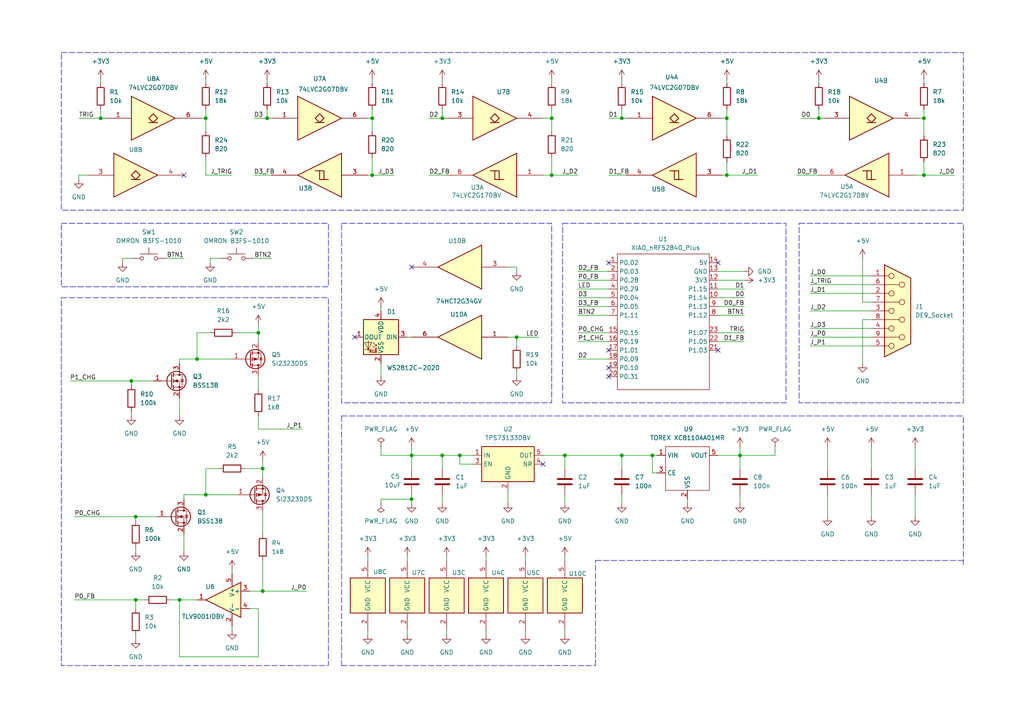
<source format=kicad_sch>
(kicad_sch (version 20250114) (generator "eeschema") (generator_version "9.0")
  (paper "A4")
  (title_block (title "Blue2Joy v1") (date "2025-08-31") (rev "E"))
  (rectangle (start 17.78 86.36) (end 95.25 193.04) (stroke (width 0) (type dash)))
  (rectangle (start 231.775 64.77) (end 279.4 116.84) (stroke (width 0) (type dash)))
  (rectangle (start 17.78 64.77) (end 95.25 83.185) (stroke (width 0) (type dash)))
  (rectangle (start 163.195 64.77) (end 227.965 116.84) (stroke (width 0) (type dash)))
  (rectangle (start 99.06 64.77) (end 160.02 116.84) (stroke (width 0) (type dash)))
  (rectangle (start 17.78 15.24) (end 279.4 60.96) (stroke (width 0) (type dash)))
  (junction (at 119.38 144.78))
  (junction (at 180.34 132.08))
  (junction (at 189.23 132.08))
  (junction (at 210.82 34.29))
  (junction (at 77.47 34.29))
  (junction (at 163.83 132.08))
  (junction (at 128.27 132.08))
  (junction (at 267.97 50.8))
  (junction (at 267.97 34.29))
  (junction (at 76.2 135.89))
  (junction (at 133.35 132.08))
  (junction (at 237.49 34.29))
  (junction (at 119.38 132.08))
  (junction (at 149.86 97.79))
  (junction (at 107.95 34.29))
  (junction (at 76.2 171.45))
  (junction (at 214.63 132.08))
  (junction (at 59.69 34.29))
  (junction (at 57.15 104.14))
  (junction (at 52.07 173.99))
  (junction (at 160.02 34.29))
  (junction (at 39.37 173.99))
  (junction (at 210.82 50.8))
  (junction (at 160.02 50.8))
  (junction (at 107.95 50.8))
  (junction (at 59.69 143.51))
  (junction (at 128.27 34.29))
  (junction (at 39.37 149.86))
  (junction (at 74.93 96.52))
  (junction (at 180.34 34.29))
  (junction (at 29.21 34.29))
  (junction (at 38.1 110.49))
  (no_connect (at 176.53 109.22))
  (no_connect (at 176.53 106.68))
  (no_connect (at 157.48 134.62))
  (no_connect (at 102.87 97.79))
  (no_connect (at 176.53 101.6))
  (no_connect (at 208.28 76.2))
  (no_connect (at 53.34 50.8))
  (no_connect (at 119.38 77.47))
  (no_connect (at 208.28 101.6))
  (no_connect (at 176.53 76.2))
  (wire (pts (xy 140.97 161.29) (xy 140.97 162.56)))
  (wire (pts (xy 252.73 143.51) (xy 252.73 149.86)))
  (wire (pts (xy 106.68 182.88) (xy 106.68 184.15)))
  (wire (pts (xy 38.1 74.93) (xy 35.56 74.93)))
  (wire (pts (xy 180.34 22.86) (xy 180.34 24.13)))
  (wire (pts (xy 149.86 77.47) (xy 149.86 78.74)))
  (wire (pts (xy 52.07 105.41) (xy 52.07 104.14)))
  (wire (pts (xy 38.1 110.49) (xy 44.45 110.49)))
  (wire (pts (xy 77.47 34.29) (xy 78.74 34.29)))
  (wire (pts (xy 140.97 182.88) (xy 140.97 184.15)))
  (wire (pts (xy 210.82 22.86) (xy 210.82 24.13)))
  (wire (pts (xy 118.11 97.79) (xy 119.38 97.79)))
  (wire (pts (xy 234.95 95.25) (xy 252.73 95.25)))
  (wire (pts (xy 208.28 81.28) (xy 215.9 81.28)))
  (wire (pts (xy 234.95 82.55) (xy 252.73 82.55)))
  (wire (pts (xy 52.07 190.5) (xy 52.07 173.99)))
  (wire (pts (xy 60.96 96.52) (xy 57.15 96.52)))
  (wire (pts (xy 67.31 181.61) (xy 67.31 182.88)))
  (wire (pts (xy 110.49 132.08) (xy 119.38 132.08)))
  (wire (pts (xy 59.69 22.86) (xy 59.69 24.13)))
  (wire (pts (xy 63.5 74.93) (xy 60.96 74.93)))
  (wire (pts (xy 208.28 86.36) (xy 215.9 86.36)))
  (wire (pts (xy 106.68 50.8) (xy 107.95 50.8)))
  (wire (pts (xy 147.32 97.79) (xy 149.86 97.79)))
  (wire (pts (xy 250.19 74.93) (xy 250.19 87.63)))
  (wire (pts (xy 129.54 182.88) (xy 129.54 184.15)))
  (wire (pts (xy 48.26 74.93) (xy 53.34 74.93)))
  (wire (pts (xy 59.69 31.75) (xy 59.69 34.29)))
  (wire (pts (xy 71.12 135.89) (xy 76.2 135.89)))
  (wire (pts (xy 22.86 50.8) (xy 22.86 52.07)))
  (wire (pts (xy 208.28 88.9) (xy 215.9 88.9)))
  (wire (pts (xy 124.46 50.8) (xy 129.54 50.8)))
  (wire (pts (xy 119.38 129.54) (xy 119.38 132.08)))
  (wire (pts (xy 208.28 96.52) (xy 215.9 96.52)))
  (wire (pts (xy 73.66 50.8) (xy 78.74 50.8)))
  (wire (pts (xy 265.43 50.8) (xy 267.97 50.8)))
  (wire (pts (xy 167.64 78.74) (xy 176.53 78.74)))
  (wire (pts (xy 39.37 158.75) (xy 39.37 160.02)))
  (wire (pts (xy 72.39 171.45) (xy 76.2 171.45)))
  (wire (pts (xy 110.49 129.54) (xy 110.49 132.08)))
  (wire (pts (xy 189.23 132.08) (xy 190.5 132.08)))
  (wire (pts (xy 231.14 50.8) (xy 237.49 50.8)))
  (wire (pts (xy 149.86 107.95) (xy 149.86 109.22)))
  (wire (pts (xy 250.19 87.63) (xy 252.73 87.63)))
  (wire (pts (xy 128.27 143.51) (xy 128.27 146.05)))
  (wire (pts (xy 149.86 97.79) (xy 156.21 97.79)))
  (wire (pts (xy 53.34 154.94) (xy 53.34 160.02)))
  (wire (pts (xy 234.95 85.09) (xy 252.73 85.09)))
  (wire (pts (xy 209.55 50.8) (xy 210.82 50.8)))
  (wire (pts (xy 180.34 31.75) (xy 180.34 34.29)))
  (wire (pts (xy 59.69 34.29) (xy 59.69 38.1)))
  (wire (pts (xy 240.03 129.54) (xy 240.03 135.89)))
  (wire (pts (xy 160.02 31.75) (xy 160.02 34.29)))
  (wire (pts (xy 208.28 99.06) (xy 215.9 99.06)))
  (wire (pts (xy 149.86 97.79) (xy 149.86 100.33)))
  (wire (pts (xy 157.48 50.8) (xy 160.02 50.8)))
  (wire (pts (xy 119.38 132.08) (xy 128.27 132.08)))
  (wire (pts (xy 133.35 132.08) (xy 133.35 134.62)))
  (wire (pts (xy 167.64 81.28) (xy 176.53 81.28)))
  (wire (pts (xy 267.97 46.99) (xy 267.97 50.8)))
  (wire (pts (xy 160.02 50.8) (xy 167.64 50.8)))
  (wire (pts (xy 74.93 176.53) (xy 72.39 176.53)))
  (wire (pts (xy 39.37 173.99) (xy 41.91 173.99)))
  (wire (pts (xy 250.19 92.71) (xy 252.73 92.71)))
  (wire (pts (xy 74.93 109.22) (xy 74.93 113.03)))
  (wire (pts (xy 118.11 182.88) (xy 118.11 184.15)))
  (wire (pts (xy 129.54 161.29) (xy 129.54 162.56)))
  (wire (pts (xy 215.9 78.74) (xy 208.28 78.74)))
  (wire (pts (xy 59.69 143.51) (xy 68.58 143.51)))
  (wire (pts (xy 74.93 190.5) (xy 74.93 176.53)))
  (wire (pts (xy 106.68 161.29) (xy 106.68 162.56)))
  (wire (pts (xy 128.27 31.75) (xy 128.27 34.29)))
  (wire (pts (xy 133.35 132.08) (xy 137.16 132.08)))
  (polyline (pts (xy 172.72 193.04) (xy 172.72 162.56)) (stroke (width 0) (type dash)))
  (wire (pts (xy 267.97 34.29) (xy 267.97 39.37)))
  (wire (pts (xy 110.49 88.9) (xy 110.49 90.17)))
  (wire (pts (xy 208.28 132.08) (xy 214.63 132.08)))
  (wire (pts (xy 76.2 171.45) (xy 88.9 171.45)))
  (wire (pts (xy 267.97 31.75) (xy 267.97 34.29)))
  (wire (pts (xy 39.37 184.15) (xy 39.37 185.42)))
  (wire (pts (xy 29.21 34.29) (xy 30.48 34.29)))
  (wire (pts (xy 163.83 161.29) (xy 163.83 162.56)))
  (wire (pts (xy 180.34 132.08) (xy 180.34 135.89)))
  (wire (pts (xy 214.63 143.51) (xy 214.63 146.05)))
  (wire (pts (xy 52.07 173.99) (xy 57.15 173.99)))
  (wire (pts (xy 76.2 162.56) (xy 76.2 171.45)))
  (wire (pts (xy 107.95 50.8) (xy 114.3 50.8)))
  (wire (pts (xy 77.47 22.86) (xy 77.47 24.13)))
  (wire (pts (xy 234.95 90.17) (xy 252.73 90.17)))
  (wire (pts (xy 59.69 45.72) (xy 59.69 50.8)))
  (wire (pts (xy 57.15 96.52) (xy 57.15 104.14)))
  (wire (pts (xy 214.63 132.08) (xy 214.63 135.89)))
  (polyline (pts (xy 279.4 163.83) (xy 279.4 120.65)) (stroke (width 0) (type dash)))
  (wire (pts (xy 237.49 22.86) (xy 237.49 24.13)))
  (wire (pts (xy 59.69 50.8) (xy 67.31 50.8)))
  (wire (pts (xy 157.48 34.29) (xy 160.02 34.29)))
  (wire (pts (xy 267.97 50.8) (xy 276.86 50.8)))
  (wire (pts (xy 53.34 143.51) (xy 59.69 143.51)))
  (wire (pts (xy 52.07 104.14) (xy 57.15 104.14)))
  (wire (pts (xy 58.42 34.29) (xy 59.69 34.29)))
  (wire (pts (xy 152.4 161.29) (xy 152.4 162.56)))
  (wire (pts (xy 208.28 91.44) (xy 215.9 91.44)))
  (polyline (pts (xy 99.06 193.04) (xy 172.72 193.04)) (stroke (width 0) (type dash)))
  (wire (pts (xy 167.64 99.06) (xy 176.53 99.06)))
  (wire (pts (xy 266.7 34.29) (xy 267.97 34.29)))
  (wire (pts (xy 163.83 143.51) (xy 163.83 146.05)))
  (wire (pts (xy 52.07 115.57) (xy 52.07 120.65)))
  (wire (pts (xy 77.47 31.75) (xy 77.47 34.29)))
  (wire (pts (xy 63.5 135.89) (xy 59.69 135.89)))
  (polyline (pts (xy 99.06 120.65) (xy 279.4 120.65)) (stroke (width 0) (type dash)))
  (wire (pts (xy 57.15 104.14) (xy 67.31 104.14)))
  (wire (pts (xy 76.2 133.35) (xy 76.2 135.89)))
  (wire (pts (xy 74.93 93.98) (xy 74.93 96.52)))
  (wire (pts (xy 250.19 92.71) (xy 250.19 105.41)))
  (wire (pts (xy 160.02 45.72) (xy 160.02 50.8)))
  (wire (pts (xy 52.07 190.5) (xy 74.93 190.5)))
  (wire (pts (xy 210.82 31.75) (xy 210.82 34.29)))
  (wire (pts (xy 167.64 88.9) (xy 176.53 88.9)))
  (wire (pts (xy 163.83 182.88) (xy 163.83 184.15)))
  (wire (pts (xy 106.68 34.29) (xy 107.95 34.29)))
  (wire (pts (xy 74.93 124.46) (xy 87.63 124.46)))
  (wire (pts (xy 160.02 24.13) (xy 160.02 22.86)))
  (wire (pts (xy 133.35 134.62) (xy 137.16 134.62)))
  (wire (pts (xy 163.83 132.08) (xy 180.34 132.08)))
  (wire (pts (xy 53.34 144.78) (xy 53.34 143.51)))
  (wire (pts (xy 237.49 31.75) (xy 237.49 34.29)))
  (wire (pts (xy 180.34 132.08) (xy 189.23 132.08)))
  (wire (pts (xy 107.95 34.29) (xy 107.95 38.1)))
  (wire (pts (xy 234.95 100.33) (xy 252.73 100.33)))
  (wire (pts (xy 124.46 34.29) (xy 128.27 34.29)))
  (wire (pts (xy 167.64 83.82) (xy 176.53 83.82)))
  (wire (pts (xy 128.27 22.86) (xy 128.27 24.13)))
  (wire (pts (xy 107.95 22.86) (xy 107.95 24.13)))
  (wire (pts (xy 199.39 144.78) (xy 199.39 146.05)))
  (wire (pts (xy 107.95 45.72) (xy 107.95 50.8)))
  (wire (pts (xy 67.31 165.1) (xy 67.31 166.37)))
  (wire (pts (xy 180.34 143.51) (xy 180.34 146.05)))
  (wire (pts (xy 189.23 137.16) (xy 189.23 132.08)))
  (wire (pts (xy 107.95 31.75) (xy 107.95 34.29)))
  (wire (pts (xy 76.2 148.59) (xy 76.2 154.94)))
  (wire (pts (xy 73.66 74.93) (xy 78.74 74.93)))
  (wire (pts (xy 210.82 46.99) (xy 210.82 50.8)))
  (wire (pts (xy 163.83 132.08) (xy 163.83 135.89)))
  (wire (pts (xy 118.11 161.29) (xy 118.11 162.56)))
  (wire (pts (xy 160.02 34.29) (xy 160.02 38.1)))
  (wire (pts (xy 38.1 119.38) (xy 38.1 120.65)))
  (wire (pts (xy 167.64 86.36) (xy 176.53 86.36)))
  (wire (pts (xy 60.96 74.93) (xy 60.96 76.2)))
  (wire (pts (xy 147.32 77.47) (xy 149.86 77.47)))
  (wire (pts (xy 167.64 96.52) (xy 176.53 96.52)))
  (wire (pts (xy 157.48 132.08) (xy 163.83 132.08)))
  (wire (pts (xy 167.64 104.14) (xy 176.53 104.14)))
  (wire (pts (xy 119.38 143.51) (xy 119.38 144.78)))
  (wire (pts (xy 110.49 144.78) (xy 110.49 146.05)))
  (wire (pts (xy 20.32 110.49) (xy 38.1 110.49)))
  (wire (pts (xy 29.21 31.75) (xy 29.21 34.29)))
  (wire (pts (xy 210.82 50.8) (xy 219.71 50.8)))
  (wire (pts (xy 265.43 129.54) (xy 265.43 135.89)))
  (wire (pts (xy 252.73 129.54) (xy 252.73 135.89)))
  (wire (pts (xy 147.32 142.24) (xy 147.32 146.05)))
  (wire (pts (xy 128.27 34.29) (xy 129.54 34.29)))
  (wire (pts (xy 167.64 91.44) (xy 176.53 91.44)))
  (wire (pts (xy 38.1 110.49) (xy 38.1 111.76)))
  (wire (pts (xy 180.34 34.29) (xy 181.61 34.29)))
  (wire (pts (xy 110.49 105.41) (xy 110.49 109.22)))
  (wire (pts (xy 74.93 120.65) (xy 74.93 124.46)))
  (wire (pts (xy 267.97 22.86) (xy 267.97 24.13)))
  (wire (pts (xy 208.28 83.82) (xy 215.9 83.82)))
  (wire (pts (xy 119.38 135.89) (xy 119.38 132.08)))
  (wire (pts (xy 21.59 149.86) (xy 39.37 149.86)))
  (wire (pts (xy 210.82 34.29) (xy 210.82 39.37)))
  (polyline (pts (xy 172.72 162.56) (xy 279.4 162.56)) (stroke (width 0) (type dash)))
  (wire (pts (xy 49.53 173.99) (xy 52.07 173.99)))
  (wire (pts (xy 59.69 135.89) (xy 59.69 143.51)))
  (wire (pts (xy 214.63 132.08) (xy 224.79 132.08)))
  (wire (pts (xy 234.95 97.79) (xy 252.73 97.79)))
  (wire (pts (xy 29.21 22.86) (xy 29.21 24.13)))
  (wire (pts (xy 237.49 34.29) (xy 238.76 34.29)))
  (wire (pts (xy 73.66 34.29) (xy 77.47 34.29)))
  (polyline (pts (xy 99.06 120.65) (xy 99.06 193.04)) (stroke (width 0) (type dash)))
  (wire (pts (xy 190.5 137.16) (xy 189.23 137.16)))
  (wire (pts (xy 68.58 96.52) (xy 74.93 96.52)))
  (wire (pts (xy 35.56 74.93) (xy 35.56 76.2)))
  (wire (pts (xy 39.37 149.86) (xy 39.37 151.13)))
  (wire (pts (xy 240.03 143.51) (xy 240.03 149.86)))
  (wire (pts (xy 128.27 135.89) (xy 128.27 132.08)))
  (wire (pts (xy 25.4 50.8) (xy 22.86 50.8)))
  (wire (pts (xy 234.95 80.01) (xy 252.73 80.01)))
  (wire (pts (xy 39.37 149.86) (xy 45.72 149.86)))
  (wire (pts (xy 265.43 143.51) (xy 265.43 149.86)))
  (wire (pts (xy 214.63 129.54) (xy 214.63 132.08)))
  (wire (pts (xy 176.53 50.8) (xy 181.61 50.8)))
  (wire (pts (xy 232.41 34.29) (xy 237.49 34.29)))
  (wire (pts (xy 152.4 182.88) (xy 152.4 184.15)))
  (wire (pts (xy 74.93 96.52) (xy 74.93 99.06)))
  (wire (pts (xy 119.38 144.78) (xy 110.49 144.78)))
  (wire (pts (xy 76.2 135.89) (xy 76.2 138.43)))
  (wire (pts (xy 39.37 173.99) (xy 39.37 176.53)))
  (wire (pts (xy 128.27 132.08) (xy 133.35 132.08)))
  (wire (pts (xy 21.59 173.99) (xy 39.37 173.99)))
  (wire (pts (xy 176.53 34.29) (xy 180.34 34.29)))
  (wire (pts (xy 119.38 144.78) (xy 119.38 146.05)))
  (wire (pts (xy 22.86 34.29) (xy 29.21 34.29)))
  (wire (pts (xy 224.79 129.54) (xy 224.79 132.08)))
  (wire (pts (xy 209.55 34.29) (xy 210.82 34.29)))
  (label "P0_CHG" (at 167.64 96.52 0))
  (label "P0_FB" (at 21.59 173.99 0))
  (label "BTN1" (at 53.34 74.93 180))
  (label "BTN2" (at 78.74 74.93 180))
  (label "TRIG" (at 22.86 34.29 0))
  (label "LED" (at 167.64 83.82 0))
  (label "D1" (at 215.9 83.82 180))
  (label "D3_FB" (at 73.66 50.8 0))
  (label "BTN1" (at 215.9 91.44 180))
  (label "D2" (at 167.64 104.14 0))
  (label "P0_FB" (at 167.64 81.28 0))
  (label "P1_CHG" (at 20.32 110.49 0))
  (label "J_D3" (at 114.3 50.8 180))
  (label "D0_FB" (at 231.14 50.8 0))
  (label "J_D2" (at 167.64 50.8 180))
  (label "J_P1" (at 87.63 124.46 180))
  (label "J_D3" (at 234.95 95.25 0))
  (label "D1_FB" (at 176.53 50.8 0))
  (label "D2" (at 124.46 34.29 0))
  (label "D0_FB" (at 215.9 88.9 180))
  (label "J_D0" (at 234.95 80.01 0))
  (label "D0" (at 215.9 86.36 180))
  (label "BTN2" (at 167.64 91.44 0))
  (label "LED" (at 156.21 97.79 180))
  (label "TRIG" (at 215.9 96.52 180))
  (label "D3" (at 73.66 34.29 0))
  (label "J_P0" (at 88.9 171.45 180))
  (label "J_TRIG" (at 67.31 50.8 180))
  (label "J_D1" (at 234.95 85.09 0))
  (label "D2_FB" (at 167.64 78.74 0))
  (label "J_D1" (at 219.71 50.8 180))
  (label "D1_FB" (at 215.9 99.06 180))
  (label "D3_FB" (at 167.64 88.9 0))
  (label "D0" (at 232.41 34.29 0))
  (label "D2_FB" (at 124.46 50.8 0))
  (label "J_P1" (at 234.95 100.33 0))
  (label "P0_CHG" (at 21.59 149.86 0))
  (label "D1" (at 176.53 34.29 0))
  (label "J_TRIG" (at 234.95 82.55 0))
  (label "J_D2" (at 234.95 90.17 0))
  (label "D3" (at 167.64 86.36 0))
  (label "J_D0" (at 276.86 50.8 180))
  (label "J_P0" (at 234.95 97.79 0))
  (label "P1_CHG" (at 167.64 99.06 0))
  (symbol (lib_id "power:+5V") (at 67.31 165.1 0) (unit 1)
    (property "Reference" "#PWR044" (effects (hide yes)))
    (property "Value" "+5V" (at 67.31 160.02 0))
    (property "Description" "Power symbol creates a global label with name \"+5V\"" (effects (hide yes)))
  )
  (symbol (lib_id "power:PWR_FLAG") (at 110.49 146.05 180) (unit 1)
    (property "Reference" "#FLG02" (effects (hide yes)))
    (property "Value" "PWR_FLAG" (at 110.49 151.13 0))
    (property "Description" "Special symbol for telling ERC where power comes from" (effects (hide yes)))
  )
  (symbol (lib_id "power:+3V3") (at 152.4 161.29 0) (unit 1)
    (property "Reference" "#PWR038" (effects (hide yes)))
    (property "Value" "+3V3" (at 152.4 156.21 0))
    (property "Description" "Power symbol creates a global label with name \"+3V3\"" (effects (hide yes)))
  )
  (symbol (lib_id "Device:C") (at 119.38 139.7 0) (unit 1)
    (property "Reference" "C5" (at 113.284 138.176 0) (effects (justify left)))
    (property "Value" "10uF" (at 111.506 140.716 0) (effects (justify left)))
    (property "Footprint" "Capacitor_SMD:C_0805_2012Metric" (effects (hide yes)))
    (property "Description" "Unpolarized capacitor" (effects (hide yes)))
  )
  (symbol (lib_id "power:GND") (at 149.86 78.74 0) (unit 1)
    (property "Reference" "#PWR054" (effects (hide yes)))
    (property "Value" "GND" (at 149.86 83.82 0))
    (property "Description" "Power symbol creates a global label with name \"GND\" , ground" (effects (hide yes)))
  )
  (symbol (lib_id "LED:WS2812B-2020") (at 110.49 97.79 0) (mirror y) (unit 1)
    (property "Reference" "D1" (at 113.538 90.424 0))
    (property "Value" "WS2812C-2020" (at 119.888 106.68 0))
    (property "Footprint" "LED_SMD:LED_WS2812B-2020_PLCC4_2.0x2.0mm" (effects (hide yes)))
    (property "Datasheet" "https://cdn-shop.adafruit.com/product-files/4684/4684_WS2812B-2020_V1.3_EN.pdf" (effects (hide yes)))
    (property "Description" "RGB LED with integrated controller, 2.0 x 2.0 mm, 12 mA" (effects (hide yes)))
  )
  (symbol (lib_id "Device:R") (at 160.02 27.94 0) (unit 1)
    (property "Reference" "R9" (at 162.56 26.6699 0) (effects (justify left)))
    (property "Value" "18k" (at 162.56 29.2099 0) (effects (justify left)))
    (property "Footprint" "Resistor_SMD:R_0805_2012Metric" (effects (hide yes)))
    (property "Description" "Resistor" (effects (hide yes)))
  )
  (symbol (lib_id "power:+3V3") (at 180.34 22.86 0) (unit 1)
    (property "Reference" "#PWR046" (effects (hide yes)))
    (property "Value" "+3V3" (at 180.34 17.78 0))
    (property "Description" "Power symbol creates a global label with name \"+3V3\"" (effects (hide yes)))
  )
  (symbol (lib_id "power:GND") (at 118.11 184.15 0) (unit 1)
    (property "Reference" "#PWR040" (effects (hide yes)))
    (property "Value" "GND" (at 118.11 189.23 0))
    (property "Description" "Power symbol creates a global label with name \"GND\" , ground" (effects (hide yes)))
  )
  (symbol (lib_id "Device:C") (at 265.43 139.7 0) (unit 1)
    (property "Reference" "C4" (at 269.24 138.4299 0) (effects (justify left)))
    (property "Value" "1uF" (at 269.24 140.9699 0) (effects (justify left)))
    (property "Footprint" "Capacitor_SMD:C_0805_2012Metric" (effects (hide yes)))
    (property "Description" "Unpolarized capacitor" (effects (hide yes)))
  )
  (symbol (lib_id "power:GND") (at 215.9 78.74 90) (unit 1)
    (property "Reference" "#PWR021" (effects (hide yes)))
    (property "Value" "GND" (at 219.71 78.7399 90) (effects (justify right)))
    (property "Description" "Power symbol creates a global label with name \"GND\" , ground" (effects (hide yes)))
  )
  (symbol (lib_id "power:GND") (at 53.34 160.02 0) (unit 1)
    (property "Reference" "#PWR01" (effects (hide yes)))
    (property "Value" "GND" (at 53.34 165.1 0))
    (property "Description" "Power symbol creates a global label with name \"GND\" , ground" (effects (hide yes)))
  )
  (symbol (lib_id "Device:R") (at 107.95 41.91 0) (unit 1)
    (property "Reference" "R20" (at 110.49 40.6399 0) (effects (justify left)))
    (property "Value" "820" (at 110.49 43.1799 0) (effects (justify left)))
    (property "Footprint" "Resistor_SMD:R_0805_2012Metric" (effects (hide yes)))
    (property "Description" "Resistor" (effects (hide yes)))
  )
  (symbol (lib_id "74xGxx:74LVC2G07") (at 196.85 34.29 0) (unit 1)
    (property "Reference" "U4" (at 194.818 22.352 0))
    (property "Value" "74LVC2G07DBV" (at 195.58 25.4 0))
    (property "Footprint" "Package_TO_SOT_SMD:SOT-23-6" (effects (hide yes)))
    (property "Datasheet" "http://www.ti.com/lit/sg/scyt129e/scyt129e.pdf" (effects (hide yes)))
    (property "Description" "Dual Buffer, Open Drain, Low-Voltage CMOS" (effects (hide yes)))
  )
  (symbol (lib_id "Device:R") (at 59.69 27.94 0) (unit 1)
    (property "Reference" "R12" (at 62.23 26.6699 0) (effects (justify left)))
    (property "Value" "18k" (at 62.23 29.2099 0) (effects (justify left)))
    (property "Footprint" "Resistor_SMD:R_0805_2012Metric" (effects (hide yes)))
    (property "Description" "Resistor" (effects (hide yes)))
  )
  (symbol (lib_id "74xGxx:74LVC2G07") (at 118.11 172.72 0) (unit 3)
    (property "Reference" "U7" (at 119.38 166.116 0) (effects (justify left)))
    (property "Value" "74LVC2G07DBV" (effects (hide yes)))
    (property "Footprint" "Package_TO_SOT_SMD:SOT-23-6" (effects (hide yes)))
    (property "Datasheet" "http://www.ti.com/lit/sg/scyt129e/scyt129e.pdf" (effects (hide yes)))
    (property "Description" "Dual Buffer, Open Drain, Low-Voltage CMOS" (effects (hide yes)))
  )
  (symbol (lib_id "power:GND") (at 147.32 146.05 0) (unit 1)
    (property "Reference" "#PWR023" (effects (hide yes)))
    (property "Value" "GND" (at 147.32 151.13 0))
    (property "Description" "Power symbol creates a global label with name \"GND\" , ground" (effects (hide yes)))
  )
  (symbol (lib_id "power:GND") (at 52.07 120.65 0) (unit 1)
    (property "Reference" "#PWR018" (effects (hide yes)))
    (property "Value" "GND" (at 52.07 125.73 0))
    (property "Description" "Power symbol creates a global label with name \"GND\" , ground" (effects (hide yes)))
  )
  (symbol (lib_id "74xGxx:74LVC2G17") (at 91.44 50.8 180) (unit 2)
    (property "Reference" "U3" (at 88.646 54.61 0))
    (property "Value" "74LVC2G17DBV" (effects (hide yes)))
    (property "Footprint" "Package_TO_SOT_SMD:SOT-23-6" (effects (hide yes)))
    (property "Datasheet" "http://www.ti.com/lit/sg/scyt129e/scyt129e.pdf" (effects (hide yes)))
    (property "Description" "Dual Buffer, Schmitt Triggered, Low-Voltage CMOS" (effects (hide yes)))
  )
  (symbol (lib_id "Device:R") (at 29.21 27.94 0) (unit 1)
    (property "Reference" "R1" (at 31.75 26.6699 0) (effects (justify left)))
    (property "Value" "10k" (at 31.75 29.2099 0) (effects (justify left)))
    (property "Footprint" "Resistor_SMD:R_0805_2012Metric" (effects (hide yes)))
    (property "Description" "Resistor" (effects (hide yes)))
  )
  (symbol (lib_id "torex_xc8110:XC8110") (at 199.39 135.89 0) (unit 1)
    (property "Reference" "U9" (at 199.644 124.46 0))
    (property "Value" "TOREX XC8110AA01MR" (at 199.39 127 0))
    (property "Footprint" "Package_TO_SOT_SMD:SOT-23-5" (effects (hide yes)))
  )
  (symbol (lib_id "power:+5V") (at 107.95 22.86 0) (unit 1)
    (property "Reference" "#PWR06" (effects (hide yes)))
    (property "Value" "+5V" (at 107.95 17.78 0))
    (property "Description" "Power symbol creates a global label with name \"+5V\"" (effects (hide yes)))
  )
  (symbol (lib_id "power:+5V") (at 59.69 22.86 0) (unit 1)
    (property "Reference" "#PWR07" (effects (hide yes)))
    (property "Value" "+5V" (at 59.69 17.78 0))
    (property "Description" "Power symbol creates a global label with name \"+5V\"" (effects (hide yes)))
  )
  (symbol (lib_id "Device:R") (at 39.37 154.94 180) (unit 1)
    (property "Reference" "R6" (at 41.91 153.6699 0) (effects (justify right)))
    (property "Value" "100k" (at 41.91 156.2099 0) (effects (justify right)))
    (property "Footprint" "Resistor_SMD:R_0805_2012Metric" (effects (hide yes)))
    (property "Description" "Resistor" (effects (hide yes)))
  )
  (symbol (lib_id "power:GND") (at 149.86 109.22 0) (unit 1)
    (property "Reference" "#PWR055" (effects (hide yes)))
    (property "Value" "GND" (at 149.86 114.3 0))
    (property "Description" "Power symbol creates a global label with name \"GND\" , ground" (effects (hide yes)))
  )
  (symbol (lib_id "power:GND") (at 35.56 76.2 0) (mirror y) (unit 1)
    (property "Reference" "#PWR034" (effects (hide yes)))
    (property "Value" "GND" (at 35.56 81.28 0))
    (property "Description" "Power symbol creates a global label with name \"GND\" , ground" (effects (hide yes)))
  )
  (symbol (lib_id "Regulator_Linear:TPS73133DBV") (at 147.32 134.62 0) (unit 1)
    (property "Reference" "U2" (at 147.32 124.46 0))
    (property "Value" "TPS73133DBV" (at 147.32 127 0))
    (property "Footprint" "Package_TO_SOT_SMD:SOT-23-5" (effects (hide yes)))
    (property "Datasheet" "http://www.ti.com/lit/ds/symlink/tps731.pdf" (effects (hide yes)))
    (property "Description" "Cap free NMOS 150mA Low Drop 3.3V Regulator, SOT-23-5" (effects (hide yes)))
  )
  (symbol (lib_id "power:GND") (at 163.83 184.15 0) (unit 1)
    (property "Reference" "#PWR052" (effects (hide yes)))
    (property "Value" "GND" (at 163.83 189.23 0))
    (property "Description" "Power symbol creates a global label with name \"GND\" , ground" (effects (hide yes)))
  )
  (symbol (lib_id "power:GND") (at 60.96 76.2 0) (unit 1)
    (property "Reference" "#PWR035" (effects (hide yes)))
    (property "Value" "GND" (at 60.96 81.28 0))
    (property "Description" "Power symbol creates a global label with name \"GND\" , ground" (effects (hide yes)))
  )
  (symbol (lib_id "power:GND") (at 129.54 184.15 0) (unit 1)
    (property "Reference" "#PWR012" (effects (hide yes)))
    (property "Value" "GND" (at 129.54 189.23 0))
    (property "Description" "Power symbol creates a global label with name \"GND\" , ground" (effects (hide yes)))
  )
  (symbol (lib_id "power:+5V") (at 76.2 133.35 0) (unit 1)
    (property "Reference" "#PWR02" (effects (hide yes)))
    (property "Value" "+5V" (at 76.2 128.27 0))
    (property "Description" "Power symbol creates a global label with name \"+5V\"" (effects (hide yes)))
  )
  (symbol (lib_id "power:GND") (at 22.86 52.07 0) (unit 1)
    (property "Reference" "#PWR036" (effects (hide yes)))
    (property "Value" "GND" (at 22.86 57.15 0))
    (property "Description" "Power symbol creates a global label with name \"GND\" , ground" (effects (hide yes)))
  )
  (symbol (lib_id "power:+5V") (at 210.82 22.86 0) (unit 1)
    (property "Reference" "#PWR05" (effects (hide yes)))
    (property "Value" "+5V" (at 210.82 17.78 0))
    (property "Description" "Power symbol creates a global label with name \"+5V\"" (effects (hide yes)))
  )
  (symbol (lib_id "power:GND") (at 180.34 146.05 0) (unit 1)
    (property "Reference" "#PWR025" (effects (hide yes)))
    (property "Value" "GND" (at 180.34 151.13 0))
    (property "Description" "Power symbol creates a global label with name \"GND\" , ground" (effects (hide yes)))
  )
  (symbol (lib_id "power:+5V") (at 160.02 22.86 0) (unit 1)
    (property "Reference" "#PWR04" (effects (hide yes)))
    (property "Value" "+5V" (at 160.02 17.78 0))
    (property "Description" "Power symbol creates a global label with name \"+5V\"" (effects (hide yes)))
  )
  (symbol (lib_id "Device:R") (at 45.72 173.99 270) (unit 1)
    (property "Reference" "R2" (at 45.72 167.64 90))
    (property "Value" "10k" (at 45.72 170.18 90))
    (property "Footprint" "Resistor_SMD:R_0805_2012Metric" (effects (hide yes)))
    (property "Description" "Resistor" (effects (hide yes)))
  )
  (symbol (lib_id "power:+5V") (at 110.49 88.9 0) (unit 1)
    (property "Reference" "#PWR051" (effects (hide yes)))
    (property "Value" "+5V" (at 110.49 83.82 0))
    (property "Description" "Power symbol creates a global label with name \"+5V\"" (effects (hide yes)))
  )
  (symbol (lib_id "Device:R") (at 128.27 27.94 0) (unit 1)
    (property "Reference" "R14" (at 130.81 26.6699 0) (effects (justify left)))
    (property "Value" "10k" (at 130.81 29.2099 0) (effects (justify left)))
    (property "Footprint" "Resistor_SMD:R_0805_2012Metric" (effects (hide yes)))
    (property "Description" "Resistor" (effects (hide yes)))
  )
  (symbol (lib_id "Amplifier_Operational:OPA336Nx") (at 64.77 173.99 0) (mirror y) (unit 1)
    (property "Reference" "U6" (at 60.96 170.18 0))
    (property "Value" "TLV9001IDBV" (at 58.928 178.816 0))
    (property "Footprint" "Package_TO_SOT_SMD:SOT-23-5" (effects (hide yes)))
    (property "Datasheet" "https://www.ti.com/lit/ds/symlink/opa2336.pdf" (effects (hide yes)))
    (property "Description" "100 KHz, microPower CMOS, Op Amps, SOT-23-5" (effects (hide yes)))
  )
  (symbol (lib_id "Device:C") (at 252.73 139.7 0) (unit 1)
    (property "Reference" "C3" (at 256.54 138.4299 0) (effects (justify left)))
    (property "Value" "1uF" (at 256.54 140.9699 0) (effects (justify left)))
    (property "Footprint" "Capacitor_SMD:C_0805_2012Metric" (effects (hide yes)))
    (property "Description" "Unpolarized capacitor" (effects (hide yes)))
  )
  (symbol (lib_id "Device:R") (at 64.77 96.52 270) (unit 1)
    (property "Reference" "R16" (at 64.77 90.17 90))
    (property "Value" "2k2" (at 64.77 92.71 90))
    (property "Footprint" "Resistor_SMD:R_0805_2012Metric" (effects (hide yes)))
    (property "Description" "Resistor" (effects (hide yes)))
  )
  (symbol (lib_id "power:GND") (at 128.27 146.05 0) (unit 1)
    (property "Reference" "#PWR022" (effects (hide yes)))
    (property "Value" "GND" (at 128.27 151.13 0))
    (property "Description" "Power symbol creates a global label with name \"GND\" , ground" (effects (hide yes)))
  )
  (symbol (lib_id "Connector:DE9_Socket") (at 260.35 90.17 0) (unit 1)
    (property "Reference" "J1" (at 265.43 88.8999 0) (effects (justify left)))
    (property "Value" "DE9_Socket" (at 265.43 91.4399 0) (effects (justify left)))
    (property "Footprint" "Connector_Dsub:DSUB-9_Socket_EdgeMount_P2.77mm" (effects (hide yes)))
    (property "Description" "9-pin D-SUB connector, socket (female)" (effects (hide yes)))
  )
  (symbol (lib_id "power:+3V3") (at 237.49 22.86 0) (unit 1)
    (property "Reference" "#PWR045" (effects (hide yes)))
    (property "Value" "+3V3" (at 237.49 17.78 0))
    (property "Description" "Power symbol creates a global label with name \"+3V3\"" (effects (hide yes)))
  )
  (symbol (lib_id "74xGxx:74LVC2G07") (at 140.97 172.72 0) (unit 3)
    (property "Reference" "U4" (at 142.494 166.116 0) (effects (justify left)))
    (property "Value" "74LVC2G07DBV" (effects (hide yes)))
    (property "Footprint" "Package_TO_SOT_SMD:SOT-23-6" (effects (hide yes)))
    (property "Datasheet" "http://www.ti.com/lit/sg/scyt129e/scyt129e.pdf" (effects (hide yes)))
    (property "Description" "Dual Buffer, Open Drain, Low-Voltage CMOS" (effects (hide yes)))
  )
  (symbol (lib_id "74xGxx:74LVC2G07") (at 254 34.29 0) (unit 2)
    (property "Reference" "U4" (at 255.524 23.368 0))
    (property "Value" "74LVC2G07DBV" (effects (hide yes)))
    (property "Footprint" "Package_TO_SOT_SMD:SOT-23-6" (effects (hide yes)))
    (property "Datasheet" "http://www.ti.com/lit/sg/scyt129e/scyt129e.pdf" (effects (hide yes)))
    (property "Description" "Dual Buffer, Open Drain, Low-Voltage CMOS" (effects (hide yes)))
  )
  (symbol (lib_id "power:GND") (at 39.37 160.02 0) (unit 1)
    (property "Reference" "#PWR043" (effects (hide yes)))
    (property "Value" "GND" (at 39.37 165.1 0))
    (property "Description" "Power symbol creates a global label with name \"GND\" , ground" (effects (hide yes)))
  )
  (symbol (lib_id "power:+3V3") (at 140.97 161.29 0) (unit 1)
    (property "Reference" "#PWR037" (effects (hide yes)))
    (property "Value" "+3V3" (at 140.97 156.21 0))
    (property "Description" "Power symbol creates a global label with name \"+3V3\"" (effects (hide yes)))
  )
  (symbol (lib_id "power:+3V3") (at 265.43 129.54 0) (unit 1)
    (property "Reference" "#PWR030" (effects (hide yes)))
    (property "Value" "+3V3" (at 265.43 124.46 0))
    (property "Description" "Power symbol creates a global label with name \"+3V3\"" (effects (hide yes)))
  )
  (symbol (lib_id "power:GND") (at 110.49 109.22 0) (unit 1)
    (property "Reference" "#PWR050" (effects (hide yes)))
    (property "Value" "GND" (at 110.49 114.3 0))
    (property "Description" "Power symbol creates a global label with name \"GND\" , ground" (effects (hide yes)))
  )
  (symbol (lib_id "power:+3V3") (at 214.63 129.54 0) (unit 1)
    (property "Reference" "#PWR029" (effects (hide yes)))
    (property "Value" "+3V3" (at 214.63 124.46 0))
    (property "Description" "Power symbol creates a global label with name \"+3V3\"" (effects (hide yes)))
  )
  (symbol (lib_id "Device:R") (at 74.93 116.84 0) (unit 1)
    (property "Reference" "R17" (at 77.47 115.5699 0) (effects (justify left)))
    (property "Value" "1k8" (at 77.47 118.1099 0) (effects (justify left)))
    (property "Footprint" "Resistor_SMD:R_0805_2012Metric" (effects (hide yes)))
    (property "Description" "Resistor" (effects (hide yes)))
  )
  (symbol (lib_id "power:PWR_FLAG") (at 224.79 129.54 0) (unit 1)
    (property "Reference" "#FLG03" (effects (hide yes)))
    (property "Value" "PWR_FLAG" (at 224.79 124.46 0))
    (property "Description" "Special symbol for telling ERC where power comes from" (effects (hide yes)))
  )
  (symbol (lib_id "Transistor_FET:BSS138") (at 50.8 149.86 0) (unit 1)
    (property "Reference" "Q1" (at 57.15 148.5899 0) (effects (justify left)))
    (property "Value" "BSS138" (at 57.15 151.1299 0) (effects (justify left)))
    (property "Footprint" "Package_TO_SOT_SMD:SOT-23" (effects (hide yes)))
    (property "Datasheet" "https://www.onsemi.com/pub/Collateral/BSS138-D.PDF" (effects (hide yes)))
    (property "Description" "50V Vds, 0.22A Id, N-Channel MOSFET, SOT-23" (effects (hide yes)))
  )
  (symbol (lib_id "74xGxx:74LVC2G07") (at 93.98 34.29 0) (unit 1)
    (property "Reference" "U7" (at 92.71 22.86 0))
    (property "Value" "74LVC2G07DBV" (at 93.726 25.908 0))
    (property "Footprint" "Package_TO_SOT_SMD:SOT-23-6" (effects (hide yes)))
    (property "Datasheet" "http://www.ti.com/lit/sg/scyt129e/scyt129e.pdf" (effects (hide yes)))
    (property "Description" "Dual Buffer, Open Drain, Low-Voltage CMOS" (effects (hide yes)))
  )
  (symbol (lib_id "Device:R") (at 210.82 27.94 0) (unit 1)
    (property "Reference" "R8" (at 213.36 26.6699 0) (effects (justify left)))
    (property "Value" "18k" (at 213.36 29.2099 0) (effects (justify left)))
    (property "Footprint" "Resistor_SMD:R_0805_2012Metric" (effects (hide yes)))
    (property "Description" "Resistor" (effects (hide yes)))
  )
  (symbol (lib_id "power:GND") (at 119.38 146.05 0) (unit 1)
    (property "Reference" "#PWR027" (effects (hide yes)))
    (property "Value" "GND" (at 119.38 151.13 0))
    (property "Description" "Power symbol creates a global label with name \"GND\" , ground" (effects (hide yes)))
  )
  (symbol (lib_id "Device:R") (at 59.69 41.91 0) (unit 1)
    (property "Reference" "R24" (at 62.23 40.6399 0) (effects (justify left)))
    (property "Value" "820" (at 62.23 43.1799 0) (effects (justify left)))
    (property "Footprint" "Resistor_SMD:R_0805_2012Metric" (effects (hide yes)))
    (property "Description" "Resistor" (effects (hide yes)))
  )
  (symbol (lib_id "power:+3V3") (at 129.54 161.29 0) (unit 1)
    (property "Reference" "#PWR011" (effects (hide yes)))
    (property "Value" "+3V3" (at 129.54 156.21 0))
    (property "Description" "Power symbol creates a global label with name \"+3V3\"" (effects (hide yes)))
  )
  (symbol (lib_id "Device:R") (at 237.49 27.94 0) (unit 1)
    (property "Reference" "R18" (at 240.03 26.6699 0) (effects (justify left)))
    (property "Value" "10k" (at 240.03 29.2099 0) (effects (justify left)))
    (property "Footprint" "Resistor_SMD:R_0805_2012Metric" (effects (hide yes)))
    (property "Description" "Resistor" (effects (hide yes)))
  )
  (symbol (lib_id "power:GND") (at 214.63 146.05 0) (unit 1)
    (property "Reference" "#PWR026" (effects (hide yes)))
    (property "Value" "GND" (at 214.63 151.13 0))
    (property "Description" "Power symbol creates a global label with name \"GND\" , ground" (effects (hide yes)))
  )
  (symbol (lib_id "Device:C") (at 128.27 139.7 0) (unit 1)
    (property "Reference" "C1" (at 132.08 138.4299 0) (effects (justify left)))
    (property "Value" "1uF" (at 132.08 140.9699 0) (effects (justify left)))
    (property "Footprint" "Capacitor_SMD:C_0805_2012Metric" (effects (hide yes)))
    (property "Description" "Unpolarized capacitor" (effects (hide yes)))
  )
  (symbol (lib_id "power:GND") (at 39.37 185.42 0) (unit 1)
    (property "Reference" "#PWR03" (effects (hide yes)))
    (property "Value" "GND" (at 39.37 190.5 0))
    (property "Description" "Power symbol creates a global label with name \"GND\" , ground" (effects (hide yes)))
  )
  (symbol (lib_id "Device:C") (at 214.63 139.7 0) (unit 1)
    (property "Reference" "C8" (at 218.44 138.4299 0) (effects (justify left)))
    (property "Value" "100n" (at 218.44 140.9699 0) (effects (justify left)))
    (property "Footprint" "Capacitor_SMD:C_0805_2012Metric" (effects (hide yes)))
    (property "Description" "Unpolarized capacitor" (effects (hide yes)))
  )
  (symbol (lib_id "power:+3V3") (at 215.9 81.28 270) (unit 1)
    (property "Reference" "#PWR020" (effects (hide yes)))
    (property "Value" "+3V3" (at 219.71 81.2799 90) (effects (justify left)))
    (property "Description" "Power symbol creates a global label with name \"+3V3\"" (effects (hide yes)))
  )
  (symbol (lib_id "Device:R") (at 107.95 27.94 0) (unit 1)
    (property "Reference" "R11" (at 110.49 26.6699 0) (effects (justify left)))
    (property "Value" "18k" (at 110.49 29.2099 0) (effects (justify left)))
    (property "Footprint" "Resistor_SMD:R_0805_2012Metric" (effects (hide yes)))
    (property "Description" "Resistor" (effects (hide yes)))
  )
  (symbol (lib_id "74xGxx:74LVC2G17") (at 142.24 50.8 180) (unit 1)
    (property "Reference" "U3" (at 138.43 54.356 0))
    (property "Value" "74LVC2G17DBV" (at 138.176 56.642 0))
    (property "Footprint" "Package_TO_SOT_SMD:SOT-23-6" (effects (hide yes)))
    (property "Datasheet" "http://www.ti.com/lit/sg/scyt129e/scyt129e.pdf" (effects (hide yes)))
    (property "Description" "Dual Buffer, Schmitt Triggered, Low-Voltage CMOS" (effects (hide yes)))
  )
  (symbol (lib_id "power:+5V") (at 74.93 93.98 0) (unit 1)
    (property "Reference" "#PWR019" (effects (hide yes)))
    (property "Value" "+5V" (at 74.93 88.9 0))
    (property "Description" "Power symbol creates a global label with name \"+5V\"" (effects (hide yes)))
  )
  (symbol (lib_id "Device:R") (at 67.31 135.89 270) (unit 1)
    (property "Reference" "R5" (at 67.31 129.54 90))
    (property "Value" "2k2" (at 67.31 132.08 90))
    (property "Footprint" "Resistor_SMD:R_0805_2012Metric" (effects (hide yes)))
    (property "Description" "Resistor" (effects (hide yes)))
  )
  (symbol (lib_id "74xGxx:74LVC2G17") (at 250.19 50.8 180) (unit 1)
    (property "Reference" "U5" (at 245.618 54.102 0))
    (property "Value" "74LVC2G17DBV" (at 244.856 56.642 0))
    (property "Footprint" "Package_TO_SOT_SMD:SOT-23-6" (effects (hide yes)))
    (property "Datasheet" "http://www.ti.com/lit/sg/scyt129e/scyt129e.pdf" (effects (hide yes)))
    (property "Description" "Dual Buffer, Schmitt Triggered, Low-Voltage CMOS" (effects (hide yes)))
  )
  (symbol (lib_id "power:GND") (at 250.19 105.41 0) (unit 1)
    (property "Reference" "#PWR015" (effects (hide yes)))
    (property "Value" "GND" (at 250.19 110.49 0))
    (property "Description" "Power symbol creates a global label with name \"GND\" , ground" (effects (hide yes)))
  )
  (symbol (lib_id "power:+5V") (at 267.97 22.86 0) (unit 1)
    (property "Reference" "#PWR08" (effects (hide yes)))
    (property "Value" "+5V" (at 267.97 17.78 0))
    (property "Description" "Power symbol creates a global label with name \"+5V\"" (effects (hide yes)))
  )
  (symbol (lib_id "power:+3V3") (at 128.27 22.86 0) (unit 1)
    (property "Reference" "#PWR049" (effects (hide yes)))
    (property "Value" "+3V3" (at 128.27 17.78 0))
    (property "Description" "Power symbol creates a global label with name \"+3V3\"" (effects (hide yes)))
  )
  (symbol (lib_id "Transistor_FET:BSS138") (at 49.53 110.49 0) (unit 1)
    (property "Reference" "Q3" (at 55.88 109.2199 0) (effects (justify left)))
    (property "Value" "BSS138" (at 55.88 111.7599 0) (effects (justify left)))
    (property "Footprint" "Package_TO_SOT_SMD:SOT-23" (effects (hide yes)))
    (property "Datasheet" "https://www.onsemi.com/pub/Collateral/BSS138-D.PDF" (effects (hide yes)))
    (property "Description" "50V Vds, 0.22A Id, N-Channel MOSFET, SOT-23" (effects (hide yes)))
  )
  (symbol (lib_id "Device:R") (at 38.1 115.57 180) (unit 1)
    (property "Reference" "R10" (at 40.64 114.2999 0) (effects (justify right)))
    (property "Value" "100k" (at 40.64 116.8399 0) (effects (justify right)))
    (property "Footprint" "Resistor_SMD:R_0805_2012Metric" (effects (hide yes)))
    (property "Description" "Resistor" (effects (hide yes)))
  )
  (symbol (lib_id "power:GND") (at 67.31 182.88 0) (unit 1)
    (property "Reference" "#PWR017" (effects (hide yes)))
    (property "Value" "GND" (at 67.31 187.96 0))
    (property "Description" "Power symbol creates a global label with name \"GND\" , ground" (effects (hide yes)))
  )
  (symbol (lib_id "Device:C") (at 163.83 139.7 0) (unit 1)
    (property "Reference" "C2" (at 167.64 138.4299 0) (effects (justify left)))
    (property "Value" "1uF" (at 167.64 140.9699 0) (effects (justify left)))
    (property "Footprint" "Capacitor_SMD:C_0805_2012Metric" (effects (hide yes)))
    (property "Description" "Unpolarized capacitor" (effects (hide yes)))
  )
  (symbol (lib_id "Switch:SW_Push") (at 43.18 74.93 0) (mirror y) (unit 1)
    (property "Reference" "SW1" (at 43.18 67.31 0))
    (property "Value" "OMRON B3FS-1010" (at 43.18 69.85 0))
    (property "Footprint" "Button_Switch_SMD:SW_SPST_Omron_B3FS-100xP" (effects (hide yes)))
    (property "Description" "Push button switch, generic, two pins" (effects (hide yes)))
  )
  (symbol (lib_id "Device:R") (at 210.82 43.18 0) (unit 1)
    (property "Reference" "R22" (at 213.36 41.9099 0) (effects (justify left)))
    (property "Value" "820" (at 213.36 44.4499 0) (effects (justify left)))
    (property "Footprint" "Resistor_SMD:R_0805_2012Metric" (effects (hide yes)))
    (property "Description" "Resistor" (effects (hide yes)))
  )
  (symbol (lib_id "power:+5V") (at 240.03 129.54 0) (unit 1)
    (property "Reference" "#PWR057" (effects (hide yes)))
    (property "Value" "+5V" (at 240.03 124.46 0))
    (property "Description" "Power symbol creates a global label with name \"+5V\"" (effects (hide yes)))
  )
  (symbol (lib_id "xiao_nrf52840plus:XIAO_nRF52840_Plus") (at 193.04 85.09 0) (unit 1)
    (property "Reference" "U1" (at 192.278 69.342 0))
    (property "Value" "XIAO_nRF52840_Plus" (at 193.04 71.882 0))
    (property "Footprint" "XIAO:XIAO-nRF52840-Plus-SMD" (effects (hide yes)))
  )
  (symbol (lib_id "Device:R") (at 267.97 43.18 0) (unit 1)
    (property "Reference" "R23" (at 270.51 41.9099 0) (effects (justify left)))
    (property "Value" "820" (at 270.51 44.4499 0) (effects (justify left)))
    (property "Footprint" "Resistor_SMD:R_0805_2012Metric" (effects (hide yes)))
    (property "Description" "Resistor" (effects (hide yes)))
  )
  (symbol (lib_id "Device:C") (at 240.03 139.7 0) (unit 1)
    (property "Reference" "C6" (at 243.84 138.4299 0) (effects (justify left)))
    (property "Value" "100n" (at 243.84 140.9699 0) (effects (justify left)))
    (property "Footprint" "Capacitor_SMD:C_0805_2012Metric" (effects (hide yes)))
    (property "Description" "Unpolarized capacitor" (effects (hide yes)))
  )
  (symbol (lib_id "Transistor_FET:Q_PMOS_GSD") (at 72.39 104.14 0) (mirror x) (unit 1)
    (property "Reference" "Q5" (at 78.74 102.8699 0) (effects (justify left)))
    (property "Value" "SI2323DDS" (at 78.74 105.4099 0) (effects (justify left)))
    (property "Footprint" "Package_TO_SOT_SMD:SOT-23" (effects (hide yes)))
    (property "Description" "P-MOSFET transistor, gate/source/drain" (effects (hide yes)))
  )
  (symbol (lib_id "power:GND") (at 199.39 146.05 0) (unit 1)
    (property "Reference" "#PWR041" (effects (hide yes)))
    (property "Value" "GND" (at 199.39 151.13 0))
    (property "Description" "Power symbol creates a global label with name \"GND\" , ground" (effects (hide yes)))
  )
  (symbol (lib_id "power:GND") (at 265.43 149.86 0) (unit 1)
    (property "Reference" "#PWR031" (effects (hide yes)))
    (property "Value" "GND" (at 265.43 154.94 0))
    (property "Description" "Power symbol creates a global label with name \"GND\" , ground" (effects (hide yes)))
  )
  (symbol (lib_id "power:GND") (at 240.03 149.86 0) (unit 1)
    (property "Reference" "#PWR056" (effects (hide yes)))
    (property "Value" "GND" (at 240.03 154.94 0))
    (property "Description" "Power symbol creates a global label with name \"GND\" , ground" (effects (hide yes)))
  )
  (symbol (lib_id "power:+3V3") (at 118.11 161.29 0) (unit 1)
    (property "Reference" "#PWR010" (effects (hide yes)))
    (property "Value" "+3V3" (at 118.11 156.21 0))
    (property "Description" "Power symbol creates a global label with name \"+3V3\"" (effects (hide yes)))
  )
  (symbol (lib_id "74xGxx:74LVC2G07") (at 129.54 172.72 0) (unit 3)
    (property "Reference" "U3" (at 131.064 166.116 0) (effects (justify left)))
    (property "Value" "74LVC2G17DBV" (effects (hide yes)))
    (property "Footprint" "Package_TO_SOT_SMD:SOT-23-6" (effects (hide yes)))
    (property "Datasheet" "http://www.ti.com/lit/sg/scyt129e/scyt129e.pdf" (effects (hide yes)))
    (property "Description" "Dual Buffer, Open Drain, Low-Voltage CMOS" (effects (hide yes)))
  )
  (symbol (lib_id "Switch:SW_Push") (at 68.58 74.93 0) (unit 1)
    (property "Reference" "SW2" (at 68.58 67.31 0))
    (property "Value" "OMRON B3FS-1010" (at 68.58 69.85 0))
    (property "Footprint" "Button_Switch_SMD:SW_SPST_Omron_B3FS-100xP" (effects (hide yes)))
    (property "Description" "Push button switch, generic, two pins" (effects (hide yes)))
  )
  (symbol (lib_id "Device:R") (at 77.47 27.94 0) (unit 1)
    (property "Reference" "R13" (at 80.01 26.6699 0) (effects (justify left)))
    (property "Value" "10k" (at 80.01 29.2099 0) (effects (justify left)))
    (property "Footprint" "Resistor_SMD:R_0805_2012Metric" (effects (hide yes)))
    (property "Description" "Resistor" (effects (hide yes)))
  )
  (symbol (lib_id "power:GND") (at 106.68 184.15 0) (unit 1)
    (property "Reference" "#PWR039" (effects (hide yes)))
    (property "Value" "GND" (at 106.68 189.23 0))
    (property "Description" "Power symbol creates a global label with name \"GND\" , ground" (effects (hide yes)))
  )
  (symbol (lib_id "power:+3V3") (at 77.47 22.86 0) (unit 1)
    (property "Reference" "#PWR047" (effects (hide yes)))
    (property "Value" "+3V3" (at 77.47 17.78 0))
    (property "Description" "Power symbol creates a global label with name \"+3V3\"" (effects (hide yes)))
  )
  (symbol (lib_id "Device:R") (at 180.34 27.94 0) (unit 1)
    (property "Reference" "R15" (at 182.88 26.6699 0) (effects (justify left)))
    (property "Value" "10k" (at 182.88 29.2099 0) (effects (justify left)))
    (property "Footprint" "Resistor_SMD:R_0805_2012Metric" (effects (hide yes)))
    (property "Description" "Resistor" (effects (hide yes)))
  )
  (symbol (lib_id "Device:R") (at 39.37 180.34 0) (unit 1)
    (property "Reference" "R3" (at 41.91 179.0699 0) (effects (justify left)))
    (property "Value" "10k" (at 41.91 181.6099 0) (effects (justify left)))
    (property "Footprint" "Resistor_SMD:R_0805_2012Metric" (effects (hide yes)))
    (property "Description" "Resistor" (effects (hide yes)))
  )
  (symbol (lib_id "power:GND") (at 152.4 184.15 0) (unit 1)
    (property "Reference" "#PWR014" (effects (hide yes)))
    (property "Value" "GND" (at 152.4 189.23 0))
    (property "Description" "Power symbol creates a global label with name \"GND\" , ground" (effects (hide yes)))
  )
  (symbol (lib_id "power:PWR_FLAG") (at 110.49 129.54 0) (unit 1)
    (property "Reference" "#FLG01" (effects (hide yes)))
    (property "Value" "PWR_FLAG" (at 110.49 124.46 0))
    (property "Description" "Special symbol for telling ERC where power comes from" (effects (hide yes)))
  )
  (symbol (lib_id "Device:R") (at 149.86 104.14 0) (unit 1)
    (property "Reference" "R19" (at 152.4 102.8699 0) (effects (justify left)))
    (property "Value" "10k" (at 152.4 105.4099 0) (effects (justify left)))
    (property "Footprint" "Resistor_SMD:R_0805_2012Metric" (effects (hide yes)))
    (property "Description" "Resistor" (effects (hide yes)))
  )
  (symbol (lib_id "74xGxx:74LVC2G07") (at 144.78 34.29 0) (unit 2)
    (property "Reference" "U7" (at 146.05 26.67 0))
    (property "Value" "74LVC2G07DBV" (effects (hide yes)))
    (property "Footprint" "Package_TO_SOT_SMD:SOT-23-6" (effects (hide yes)))
    (property "Datasheet" "http://www.ti.com/lit/sg/scyt129e/scyt129e.pdf" (effects (hide yes)))
    (property "Description" "Dual Buffer, Open Drain, Low-Voltage CMOS" (effects (hide yes)))
  )
  (symbol (lib_id "power:+5V") (at 119.38 129.54 0) (unit 1)
    (property "Reference" "#PWR028" (effects (hide yes)))
    (property "Value" "+5V" (at 119.38 124.46 0))
    (property "Description" "Power symbol creates a global label with name \"+5V\"" (effects (hide yes)))
  )
  (symbol (lib_id "power:GND") (at 163.83 146.05 0) (unit 1)
    (property "Reference" "#PWR024" (effects (hide yes)))
    (property "Value" "GND" (at 163.83 151.13 0))
    (property "Description" "Power symbol creates a global label with name \"GND\" , ground" (effects (hide yes)))
  )
  (symbol (lib_id "74xGxx:74LVC2G34") (at 163.83 172.72 0) (unit 3)
    (property "Reference" "U10" (at 170.18 166.37 0) (effects (justify right)))
    (property "Value" "74HCT2G34GV" (effects (hide yes)))
    (property "Footprint" "Package_TO_SOT_SMD:SOT-23-6" (effects (hide yes)))
    (property "Datasheet" "http://www.ti.com/lit/sg/scyt129e/scyt129e.pdf" (effects (hide yes)))
    (property "Description" "Dual Buffer, Low-Voltage CMOS" (effects (hide yes)))
  )
  (symbol (lib_id "74xGxx:74LVC2G34") (at 132.08 97.79 180) (unit 1)
    (property "Reference" "U10" (at 133.096 91.186 0))
    (property "Value" "74HCT2G34GV" (at 133.096 87.376 0))
    (property "Footprint" "Package_TO_SOT_SMD:SOT-23-6" (effects (hide yes)))
    (property "Datasheet" "http://www.ti.com/lit/sg/scyt129e/scyt129e.pdf" (effects (hide yes)))
    (property "Description" "Dual Buffer, Low-Voltage CMOS" (effects (hide yes)))
  )
  (symbol (lib_id "74xGxx:74LVC2G34") (at 132.08 77.47 180) (unit 2)
    (property "Reference" "U10" (at 132.588 69.85 0))
    (property "Value" "74HCT2G34GV" (effects (hide yes)))
    (property "Footprint" "Package_TO_SOT_SMD:SOT-23-6" (effects (hide yes)))
    (property "Datasheet" "http://www.ti.com/lit/sg/scyt129e/scyt129e.pdf" (effects (hide yes)))
    (property "Description" "Dual Buffer, Low-Voltage CMOS" (effects (hide yes)))
  )
  (symbol (lib_id "power:+3V3") (at 106.68 161.29 0) (unit 1)
    (property "Reference" "#PWR09" (effects (hide yes)))
    (property "Value" "+3V3" (at 106.68 156.21 0))
    (property "Description" "Power symbol creates a global label with name \"+3V3\"" (effects (hide yes)))
  )
  (symbol (lib_id "Transistor_FET:Q_PMOS_GSD") (at 73.66 143.51 0) (mirror x) (unit 1)
    (property "Reference" "Q4" (at 80.01 142.2399 0) (effects (justify left)))
    (property "Value" "SI2323DDS" (at 80.01 144.7799 0) (effects (justify left)))
    (property "Footprint" "Package_TO_SOT_SMD:SOT-23" (effects (hide yes)))
    (property "Description" "P-MOSFET transistor, gate/source/drain" (effects (hide yes)))
  )
  (symbol (lib_id "Device:C") (at 180.34 139.7 0) (unit 1)
    (property "Reference" "C7" (at 184.15 138.4299 0) (effects (justify left)))
    (property "Value" "100n" (at 184.15 140.9699 0) (effects (justify left)))
    (property "Footprint" "Capacitor_SMD:C_0805_2012Metric" (effects (hide yes)))
    (property "Description" "Unpolarized capacitor" (effects (hide yes)))
  )
  (symbol (lib_id "power:+5V") (at 163.83 161.29 0) (unit 1)
    (property "Reference" "#PWR053" (effects (hide yes)))
    (property "Value" "+5V" (at 163.83 156.21 0))
    (property "Description" "Power symbol creates a global label with name \"+5V\"" (effects (hide yes)))
  )
  (symbol (lib_id "Device:R") (at 76.2 158.75 0) (unit 1)
    (property "Reference" "R4" (at 78.74 157.4799 0) (effects (justify left)))
    (property "Value" "1k8" (at 78.74 160.0199 0) (effects (justify left)))
    (property "Footprint" "Resistor_SMD:R_0805_2012Metric" (effects (hide yes)))
    (property "Description" "Resistor" (effects (hide yes)))
  )
  (symbol (lib_id "power:+3V3") (at 29.21 22.86 0) (unit 1)
    (property "Reference" "#PWR048" (effects (hide yes)))
    (property "Value" "+3V3" (at 29.21 17.78 0))
    (property "Description" "Power symbol creates a global label with name \"+3V3\"" (effects (hide yes)))
  )
  (symbol (lib_id "power:GND") (at 140.97 184.15 0) (unit 1)
    (property "Reference" "#PWR013" (effects (hide yes)))
    (property "Value" "GND" (at 140.97 189.23 0))
    (property "Description" "Power symbol creates a global label with name \"GND\" , ground" (effects (hide yes)))
  )
  (symbol (lib_id "Device:R") (at 267.97 27.94 0) (unit 1)
    (property "Reference" "R7" (at 270.51 26.6699 0) (effects (justify left)))
    (property "Value" "18k" (at 270.51 29.2099 0) (effects (justify left)))
    (property "Footprint" "Resistor_SMD:R_0805_2012Metric" (effects (hide yes)))
    (property "Description" "Resistor" (effects (hide yes)))
  )
  (symbol (lib_id "power:+5V") (at 250.19 74.93 0) (unit 1)
    (property "Reference" "#PWR016" (effects (hide yes)))
    (property "Value" "+5V" (at 250.19 69.85 0))
    (property "Description" "Power symbol creates a global label with name \"+5V\"" (effects (hide yes)))
  )
  (symbol (lib_id "Device:R") (at 160.02 41.91 0) (unit 1)
    (property "Reference" "R21" (at 162.56 40.6399 0) (effects (justify left)))
    (property "Value" "820" (at 162.56 43.1799 0) (effects (justify left)))
    (property "Footprint" "Resistor_SMD:R_0805_2012Metric" (effects (hide yes)))
    (property "Description" "Resistor" (effects (hide yes)))
  )
  (symbol (lib_id "power:+5V") (at 252.73 129.54 0) (unit 1)
    (property "Reference" "#PWR033" (effects (hide yes)))
    (property "Value" "+5V" (at 252.73 124.46 0))
    (property "Description" "Power symbol creates a global label with name \"+5V\"" (effects (hide yes)))
  )
  (symbol (lib_id "power:GND") (at 252.73 149.86 0) (unit 1)
    (property "Reference" "#PWR032" (effects (hide yes)))
    (property "Value" "GND" (at 252.73 154.94 0))
    (property "Description" "Power symbol creates a global label with name \"GND\" , ground" (effects (hide yes)))
  )
  (symbol (lib_id "74xGxx:74LVC2G17") (at 152.4 172.72 0) (unit 3)
    (property "Reference" "U5" (at 156.718 166.116 0) (effects (justify right)))
    (property "Value" "74LVC2G17DBV" (effects (hide yes)))
    (property "Footprint" "Package_TO_SOT_SMD:SOT-23-6" (effects (hide yes)))
    (property "Datasheet" "http://www.ti.com/lit/sg/scyt129e/scyt129e.pdf" (effects (hide yes)))
    (property "Description" "Dual Buffer, Schmitt Triggered, Low-Voltage CMOS" (effects (hide yes)))
  )
  (symbol (lib_id "74xGxx:74LVC2G17") (at 194.31 50.8 180) (unit 2)
    (property "Reference" "U5" (at 191.008 54.864 0))
    (property "Value" "74LVC2G17DBV" (effects (hide yes)))
    (property "Footprint" "Package_TO_SOT_SMD:SOT-23-6" (effects (hide yes)))
    (property "Datasheet" "http://www.ti.com/lit/sg/scyt129e/scyt129e.pdf" (effects (hide yes)))
    (property "Description" "Dual Buffer, Schmitt Triggered, Low-Voltage CMOS" (effects (hide yes)))
  )
  (symbol (lib_id "74xGxx:74LVC2G07") (at 45.72 34.29 0) (unit 1)
    (property "Reference" "U8" (at 44.45 22.86 0))
    (property "Value" "74LVC2G07DBV" (at 44.45 25.4 0))
    (property "Footprint" "Package_TO_SOT_SMD:SOT-23-6" (effects (hide yes)))
    (property "Datasheet" "http://www.ti.com/lit/sg/scyt129e/scyt129e.pdf" (effects (hide yes)))
    (property "Description" "Dual Buffer, Open Drain, Low-Voltage CMOS" (effects (hide yes)))
  )
  (symbol (lib_id "74xGxx:74LVC2G07") (at 40.64 50.8 0) (unit 2)
    (property "Reference" "U8" (at 39.37 43.434 0))
    (property "Value" "74LVC2G07DBV" (effects (hide yes)))
    (property "Footprint" "Package_TO_SOT_SMD:SOT-23-6" (effects (hide yes)))
    (property "Datasheet" "http://www.ti.com/lit/sg/scyt129e/scyt129e.pdf" (effects (hide yes)))
    (property "Description" "Dual Buffer, Open Drain, Low-Voltage CMOS" (effects (hide yes)))
  )
  (symbol (lib_id "74xGxx:74LVC2G07") (at 106.68 172.72 0) (unit 3)
    (property "Reference" "U8" (at 108.204 165.862 0) (effects (justify left)))
    (property "Value" "74LVC2G07DBV" (effects (hide yes)))
    (property "Footprint" "Package_TO_SOT_SMD:SOT-23-6" (effects (hide yes)))
    (property "Datasheet" "http://www.ti.com/lit/sg/scyt129e/scyt129e.pdf" (effects (hide yes)))
    (property "Description" "Dual Buffer, Open Drain, Low-Voltage CMOS" (effects (hide yes)))
  )
  (symbol (lib_id "power:GND") (at 38.1 120.65 0) (unit 1)
    (property "Reference" "#PWR042" (effects (hide yes)))
    (property "Value" "GND" (at 38.1 125.73 0))
    (property "Description" "Power symbol creates a global label with name \"GND\" , ground" (effects (hide yes)))
  )
)
</source>
